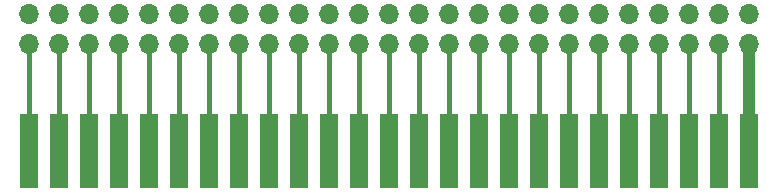
<source format=gbr>
G04 #@! TF.GenerationSoftware,KiCad,Pcbnew,(5.1.5-0-10_14)*
G04 #@! TF.CreationDate,2021-02-08T21:24:19-05:00*
G04 #@! TF.ProjectId,apple-ii-breadboard-card,6170706c-652d-4696-992d-627265616462,1.1*
G04 #@! TF.SameCoordinates,Original*
G04 #@! TF.FileFunction,Copper,L1,Top*
G04 #@! TF.FilePolarity,Positive*
%FSLAX46Y46*%
G04 Gerber Fmt 4.6, Leading zero omitted, Abs format (unit mm)*
G04 Created by KiCad (PCBNEW (5.1.5-0-10_14)) date 2021-02-08 21:24:19*
%MOMM*%
%LPD*%
G04 APERTURE LIST*
%ADD10O,1.700000X1.700000*%
%ADD11R,1.524000X6.350000*%
%ADD12C,0.400000*%
%ADD13C,1.000000*%
G04 APERTURE END LIST*
D10*
X231140000Y-116840000D03*
X231140000Y-119380000D03*
X228600000Y-116840000D03*
X228600000Y-119380000D03*
X226060000Y-116840000D03*
X226060000Y-119380000D03*
X223520000Y-116840000D03*
X223520000Y-119380000D03*
X220980000Y-116840000D03*
X220980000Y-119380000D03*
X218440000Y-116840000D03*
X218440000Y-119380000D03*
X215900000Y-116840000D03*
X215900000Y-119380000D03*
X213360000Y-116840000D03*
X213360000Y-119380000D03*
X210820000Y-116840000D03*
X210820000Y-119380000D03*
X208280000Y-116840000D03*
X208280000Y-119380000D03*
X205740000Y-116840000D03*
X205740000Y-119380000D03*
X203200000Y-116840000D03*
X203200000Y-119380000D03*
X200660000Y-116840000D03*
X200660000Y-119380000D03*
X198120000Y-116840000D03*
X198120000Y-119380000D03*
X195580000Y-116840000D03*
X195580000Y-119380000D03*
X193040000Y-116840000D03*
X193040000Y-119380000D03*
X190500000Y-116840000D03*
X190500000Y-119380000D03*
X187960000Y-116840000D03*
X187960000Y-119380000D03*
X185420000Y-116840000D03*
X185420000Y-119380000D03*
X182880000Y-116840000D03*
X182880000Y-119380000D03*
X180340000Y-116840000D03*
X180340000Y-119380000D03*
X177800000Y-116840000D03*
X177800000Y-119380000D03*
X175260000Y-116840000D03*
X175260000Y-119380000D03*
X172720000Y-116840000D03*
X172720000Y-119380000D03*
X170180000Y-116840000D03*
X170180000Y-119380000D03*
D11*
X231140000Y-128397000D03*
X228600000Y-128397000D03*
X226060000Y-128397000D03*
X223520000Y-128397000D03*
X220980000Y-128397000D03*
X218440000Y-128397000D03*
X215900000Y-128397000D03*
X213360000Y-128397000D03*
X210820000Y-128397000D03*
X208280000Y-128397000D03*
X205740000Y-128397000D03*
X203200000Y-128397000D03*
X200660000Y-128397000D03*
X198120000Y-128397000D03*
X195580000Y-128397000D03*
X193040000Y-128397000D03*
X190500000Y-128397000D03*
X187960000Y-128397000D03*
X185420000Y-128397000D03*
X182880000Y-128397000D03*
X180340000Y-128397000D03*
X177800000Y-128397000D03*
X175260000Y-128397000D03*
X172720000Y-128397000D03*
X170180000Y-128397000D03*
D12*
X170180000Y-124822000D02*
X170180000Y-119380000D01*
X170180000Y-128397000D02*
X170180000Y-124822000D01*
X172720000Y-128397000D02*
X172720000Y-125984000D01*
X172720000Y-125984000D02*
X172720000Y-119380000D01*
X175260000Y-128397000D02*
X175260000Y-119380000D01*
X177800000Y-128397000D02*
X177800000Y-119380000D01*
X180340000Y-128397000D02*
X180340000Y-119380000D01*
X182880000Y-128397000D02*
X182880000Y-119380000D01*
X185420000Y-128397000D02*
X185420000Y-119380000D01*
X187960000Y-128397000D02*
X187960000Y-119380000D01*
X190500000Y-128397000D02*
X190500000Y-119380000D01*
X193040000Y-128397000D02*
X193040000Y-119380000D01*
X195580000Y-128397000D02*
X195580000Y-119380000D01*
X198120000Y-128397000D02*
X198120000Y-119380000D01*
X200660000Y-128397000D02*
X200660000Y-119380000D01*
X203200000Y-128397000D02*
X203200000Y-119380000D01*
X205740000Y-128397000D02*
X205740000Y-119380000D01*
X208280000Y-128397000D02*
X208280000Y-119380000D01*
X210820000Y-128397000D02*
X210820000Y-119380000D01*
X213360000Y-128397000D02*
X213360000Y-119380000D01*
X215900000Y-128397000D02*
X215900000Y-119380000D01*
X218440000Y-128397000D02*
X218440000Y-119380000D01*
X220980000Y-128397000D02*
X220980000Y-119380000D01*
X223520000Y-128397000D02*
X223520000Y-119380000D01*
X226060000Y-128397000D02*
X226060000Y-119380000D01*
X228600000Y-128397000D02*
X228600000Y-119380000D01*
D13*
X231140000Y-128397000D02*
X231140000Y-119380000D01*
M02*

</source>
